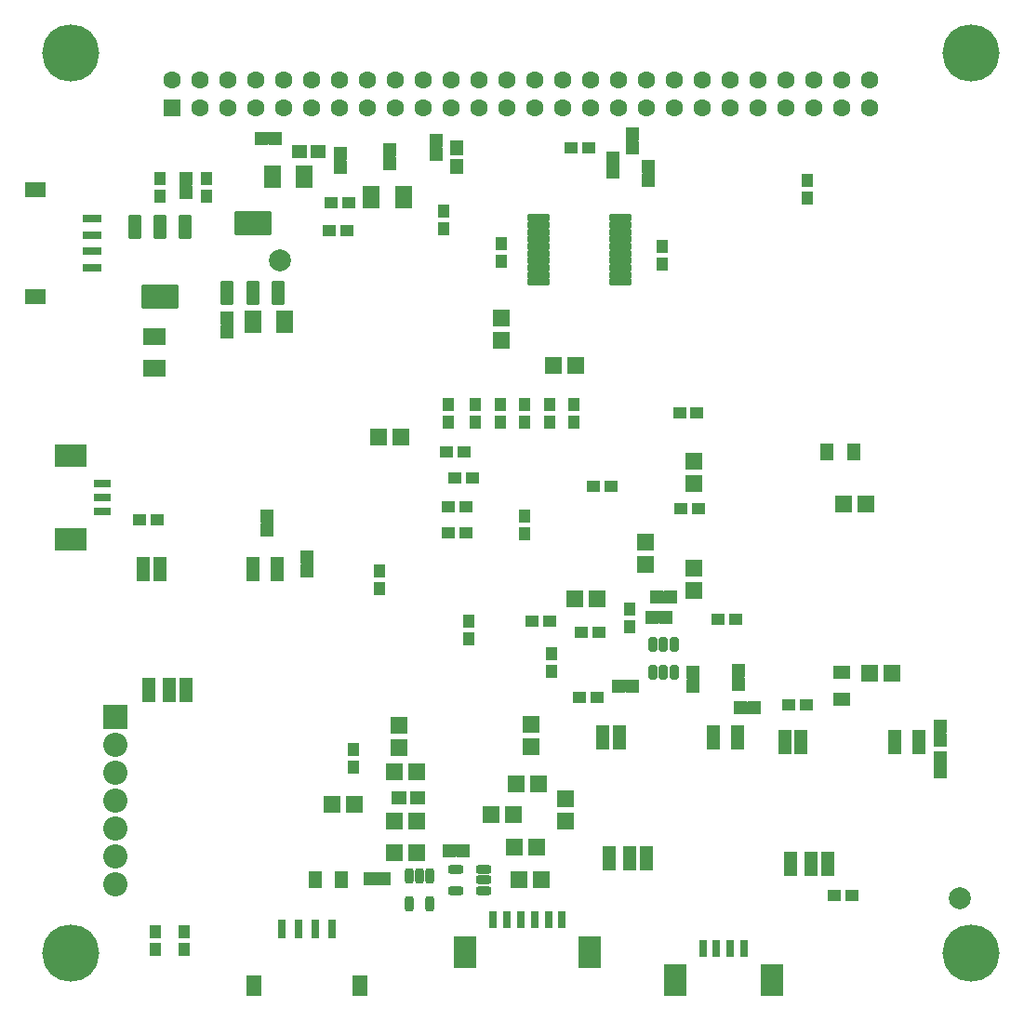
<source format=gbs>
G04*
G04 #@! TF.GenerationSoftware,Altium Limited,Altium Designer,21.1.1 (26)*
G04*
G04 Layer_Color=16711935*
%FSLAX44Y44*%
%MOMM*%
G71*
G04*
G04 #@! TF.SameCoordinates,DA55104B-334F-46BF-AAC2-A5A3D9E97D21*
G04*
G04*
G04 #@! TF.FilePolarity,Negative*
G04*
G01*
G75*
%ADD18R,0.8000X1.6000*%
%ADD19R,2.1000X3.0000*%
%ADD20R,1.0582X1.2061*%
%ADD21R,1.2061X1.0582*%
%ADD26R,1.6000X0.8000*%
%ADD27R,3.0000X2.1000*%
%ADD36R,1.2087X1.0121*%
G04:AMPARAMS|DCode=46|XSize=0.6532mm|YSize=2.0532mm|CornerRadius=0.1511mm|HoleSize=0mm|Usage=FLASHONLY|Rotation=270.000|XOffset=0mm|YOffset=0mm|HoleType=Round|Shape=RoundedRectangle|*
%AMROUNDEDRECTD46*
21,1,0.6532,1.7510,0,0,270.0*
21,1,0.3510,2.0532,0,0,270.0*
1,1,0.3022,-0.8755,-0.1755*
1,1,0.3022,-0.8755,0.1755*
1,1,0.3022,0.8755,0.1755*
1,1,0.3022,0.8755,-0.1755*
%
%ADD46ROUNDEDRECTD46*%
%ADD48R,1.5032X2.0032*%
%ADD53R,1.2032X1.2032*%
%ADD54R,1.2032X1.2032*%
%ADD57R,1.3032X1.4032*%
%ADD58R,1.4032X1.3032*%
%ADD59C,2.0000*%
%ADD60R,1.5032X1.2532*%
%ADD61C,5.2032*%
%ADD62C,1.6032*%
%ADD63R,1.6032X1.6032*%
%ADD64R,2.2032X2.2032*%
%ADD65C,2.2032*%
%ADD118R,1.5300X1.5000*%
%ADD119R,1.5000X1.5300*%
%ADD120R,1.0121X1.2087*%
%ADD143R,1.6764X0.7524*%
%ADD144R,1.9524X1.4024*%
%ADD145R,1.2032X2.2352*%
%ADD146R,1.2032X2.2352*%
%ADD147R,0.7524X1.6764*%
%ADD148R,1.4024X1.9524*%
G04:AMPARAMS|DCode=149|XSize=1.2032mm|YSize=2.2532mm|CornerRadius=0.1516mm|HoleSize=0mm|Usage=FLASHONLY|Rotation=180.000|XOffset=0mm|YOffset=0mm|HoleType=Round|Shape=RoundedRectangle|*
%AMROUNDEDRECTD149*
21,1,1.2032,1.9500,0,0,180.0*
21,1,0.9000,2.2532,0,0,180.0*
1,1,0.3032,-0.4500,0.9750*
1,1,0.3032,0.4500,0.9750*
1,1,0.3032,0.4500,-0.9750*
1,1,0.3032,-0.4500,-0.9750*
%
%ADD149ROUNDEDRECTD149*%
G04:AMPARAMS|DCode=150|XSize=3.4532mm|YSize=2.2532mm|CornerRadius=0.1529mm|HoleSize=0mm|Usage=FLASHONLY|Rotation=180.000|XOffset=0mm|YOffset=0mm|HoleType=Round|Shape=RoundedRectangle|*
%AMROUNDEDRECTD150*
21,1,3.4532,1.9475,0,0,180.0*
21,1,3.1475,2.2532,0,0,180.0*
1,1,0.3057,-1.5738,0.9738*
1,1,0.3057,1.5738,0.9738*
1,1,0.3057,1.5738,-0.9738*
1,1,0.3057,-1.5738,-0.9738*
%
%ADD150ROUNDEDRECTD150*%
%ADD151R,2.0032X1.5032*%
%ADD152R,1.2532X1.5032*%
G04:AMPARAMS|DCode=153|XSize=1.4132mm|YSize=0.7932mm|CornerRadius=0.2491mm|HoleSize=0mm|Usage=FLASHONLY|Rotation=180.000|XOffset=0mm|YOffset=0mm|HoleType=Round|Shape=RoundedRectangle|*
%AMROUNDEDRECTD153*
21,1,1.4132,0.2950,0,0,180.0*
21,1,0.9150,0.7932,0,0,180.0*
1,1,0.4982,-0.4575,0.1475*
1,1,0.4982,0.4575,0.1475*
1,1,0.4982,0.4575,-0.1475*
1,1,0.4982,-0.4575,-0.1475*
%
%ADD153ROUNDEDRECTD153*%
G04:AMPARAMS|DCode=154|XSize=1.4132mm|YSize=0.7932mm|CornerRadius=0.2491mm|HoleSize=0mm|Usage=FLASHONLY|Rotation=270.000|XOffset=0mm|YOffset=0mm|HoleType=Round|Shape=RoundedRectangle|*
%AMROUNDEDRECTD154*
21,1,1.4132,0.2950,0,0,270.0*
21,1,0.9150,0.7932,0,0,270.0*
1,1,0.4982,-0.1475,-0.4575*
1,1,0.4982,-0.1475,0.4575*
1,1,0.4982,0.1475,0.4575*
1,1,0.4982,0.1475,-0.4575*
%
%ADD154ROUNDEDRECTD154*%
G04:AMPARAMS|DCode=155|XSize=1.4132mm|YSize=0.7832mm|CornerRadius=0.1741mm|HoleSize=0mm|Usage=FLASHONLY|Rotation=270.000|XOffset=0mm|YOffset=0mm|HoleType=Round|Shape=RoundedRectangle|*
%AMROUNDEDRECTD155*
21,1,1.4132,0.4350,0,0,270.0*
21,1,1.0650,0.7832,0,0,270.0*
1,1,0.3482,-0.2175,-0.5325*
1,1,0.3482,-0.2175,0.5325*
1,1,0.3482,0.2175,0.5325*
1,1,0.3482,0.2175,-0.5325*
%
%ADD155ROUNDEDRECTD155*%
G36*
X284720Y73438D02*
Y62262D01*
X273290D01*
Y73438D01*
X284720D01*
D02*
G37*
G36*
X357241Y99131D02*
Y87955D01*
X345811D01*
Y99131D01*
X357241D01*
D02*
G37*
G36*
X221234Y348576D02*
X210058D01*
Y360006D01*
X221234D01*
Y348576D01*
D02*
G37*
G36*
X184912Y386422D02*
X173736D01*
Y397852D01*
X184912D01*
Y386422D01*
D02*
G37*
G36*
X148450Y566902D02*
X137274D01*
Y578332D01*
X148450D01*
Y566902D01*
D02*
G37*
G36*
X99314Y704975D02*
X110490D01*
Y693545D01*
X99314D01*
Y704975D01*
D02*
G37*
G36*
X175006Y736434D02*
Y747610D01*
X186436D01*
Y736434D01*
X175006D01*
D02*
G37*
G36*
X251206Y716368D02*
X240030D01*
Y727798D01*
X251206D01*
Y716368D01*
D02*
G37*
G36*
X295910Y719670D02*
X284734D01*
Y731100D01*
X295910D01*
Y719670D01*
D02*
G37*
G36*
X338328Y728052D02*
X327152D01*
Y739482D01*
X338328D01*
Y728052D01*
D02*
G37*
G36*
X510796Y248972D02*
Y237796D01*
X499366D01*
Y248972D01*
X510796D01*
D02*
G37*
G36*
X561309Y255156D02*
X572485D01*
Y243726D01*
X561309D01*
Y255156D01*
D02*
G37*
G36*
X602488Y256882D02*
X613664D01*
Y245452D01*
X602488D01*
Y256882D01*
D02*
G37*
G36*
X610616Y218020D02*
Y229196D01*
X622046D01*
Y218020D01*
X610616D01*
D02*
G37*
G36*
X797306Y194906D02*
X786130D01*
Y206336D01*
X797306D01*
Y194906D01*
D02*
G37*
G36*
X797560Y166204D02*
X786384D01*
Y177634D01*
X797560D01*
Y166204D01*
D02*
G37*
G36*
X541782Y311643D02*
Y300467D01*
X530352D01*
Y311643D01*
X541782D01*
D02*
G37*
G36*
X534416Y318653D02*
Y329829D01*
X545846D01*
Y318653D01*
X534416D01*
D02*
G37*
G36*
X531758Y704904D02*
X520582D01*
Y716334D01*
X531758D01*
Y704904D01*
D02*
G37*
G36*
X488271Y723226D02*
X499447D01*
Y711796D01*
X488271D01*
Y723226D01*
D02*
G37*
G36*
X516864Y733976D02*
X505687D01*
Y745406D01*
X516864D01*
Y733976D01*
D02*
G37*
D18*
X447556Y30358D02*
D03*
X435056D02*
D03*
X422556D02*
D03*
X410056D02*
D03*
X397556D02*
D03*
X385056D02*
D03*
X613288Y4704D02*
D03*
X600788D02*
D03*
X588288D02*
D03*
X575788D02*
D03*
D19*
X473056Y1358D02*
D03*
X359556D02*
D03*
X638787Y-24296D02*
D03*
X550288D02*
D03*
D20*
X77724Y19666D02*
D03*
Y3644D02*
D03*
X103632Y19275D02*
D03*
Y3253D02*
D03*
X437642Y256403D02*
D03*
Y272425D02*
D03*
X257860Y185300D02*
D03*
Y169278D02*
D03*
X124206Y689053D02*
D03*
Y705075D02*
D03*
X81788Y689053D02*
D03*
Y705075D02*
D03*
X538734Y627956D02*
D03*
Y643978D02*
D03*
X508920Y297131D02*
D03*
Y313153D02*
D03*
D21*
X669755Y226649D02*
D03*
X653734D02*
D03*
X62601Y395058D02*
D03*
X78623D02*
D03*
X605260Y303731D02*
D03*
X589239D02*
D03*
X235829Y658200D02*
D03*
X251851D02*
D03*
X472186Y733386D02*
D03*
X456164D02*
D03*
X463703Y232752D02*
D03*
X479725D02*
D03*
D26*
X29210Y402440D02*
D03*
Y414940D02*
D03*
Y427440D02*
D03*
D27*
X210Y376940D02*
D03*
Y452940D02*
D03*
D36*
X695309Y52641D02*
D03*
X711343D02*
D03*
X349869Y432650D02*
D03*
X365903D02*
D03*
X344170Y382612D02*
D03*
X360204D02*
D03*
X555609Y405218D02*
D03*
X571643D02*
D03*
X554450Y492086D02*
D03*
X570484D02*
D03*
X342757Y456780D02*
D03*
X358791D02*
D03*
X465185Y292188D02*
D03*
X481219D02*
D03*
X420481Y302094D02*
D03*
X436515D02*
D03*
X492395Y425284D02*
D03*
X476361D02*
D03*
X344170Y406742D02*
D03*
X360204D02*
D03*
X253492Y683094D02*
D03*
X237458D02*
D03*
D46*
X426300Y611172D02*
D03*
Y617672D02*
D03*
Y624172D02*
D03*
Y630672D02*
D03*
Y637172D02*
D03*
Y643672D02*
D03*
Y650172D02*
D03*
Y656672D02*
D03*
Y663172D02*
D03*
Y669672D02*
D03*
X500800Y611172D02*
D03*
Y617672D02*
D03*
Y624172D02*
D03*
Y630672D02*
D03*
Y637172D02*
D03*
Y643672D02*
D03*
Y650172D02*
D03*
Y656672D02*
D03*
Y663172D02*
D03*
Y669672D02*
D03*
D48*
X274126Y688755D02*
D03*
X303125D02*
D03*
X165840Y574890D02*
D03*
X194840D02*
D03*
X212744Y707391D02*
D03*
X183744D02*
D03*
D53*
X215646Y360514D02*
D03*
Y347814D02*
D03*
X142862Y566140D02*
D03*
Y578840D02*
D03*
X104902Y705737D02*
D03*
Y693037D02*
D03*
X245618Y715606D02*
D03*
Y728306D02*
D03*
X290322Y718908D02*
D03*
Y731608D02*
D03*
X332740Y727290D02*
D03*
Y739990D02*
D03*
X791718Y194144D02*
D03*
Y206844D02*
D03*
X791972Y165442D02*
D03*
Y178142D02*
D03*
X608076Y257644D02*
D03*
Y244944D02*
D03*
X511275Y733214D02*
D03*
Y745914D02*
D03*
X526170Y704142D02*
D03*
Y716842D02*
D03*
X493859Y723988D02*
D03*
Y711288D02*
D03*
X179324Y385660D02*
D03*
Y398360D02*
D03*
X566896Y255918D02*
D03*
Y243218D02*
D03*
D54*
X609854Y223608D02*
D03*
X622554D02*
D03*
X285482Y67850D02*
D03*
X272782D02*
D03*
X542544Y306055D02*
D03*
X529844D02*
D03*
X533654Y324240D02*
D03*
X546354D02*
D03*
X511558Y243384D02*
D03*
X498857D02*
D03*
X358003Y93543D02*
D03*
X345303D02*
D03*
X174244Y742022D02*
D03*
X186944D02*
D03*
D57*
X351536Y733504D02*
D03*
Y716504D02*
D03*
D58*
X298770Y141820D02*
D03*
X315770D02*
D03*
X225670Y729830D02*
D03*
X208670D02*
D03*
D59*
X190500Y631278D02*
D03*
X810000Y50000D02*
D03*
D60*
X701903Y231514D02*
D03*
Y255513D02*
D03*
D61*
X0Y820000D02*
D03*
Y0D02*
D03*
X820000Y820000D02*
D03*
Y0D02*
D03*
D62*
X727500Y795400D02*
D03*
Y770000D02*
D03*
X702100Y795400D02*
D03*
Y770000D02*
D03*
X676700Y795400D02*
D03*
Y770000D02*
D03*
X651300Y795400D02*
D03*
Y770000D02*
D03*
X625900Y795400D02*
D03*
Y770000D02*
D03*
X600500Y795400D02*
D03*
Y770000D02*
D03*
X575100Y795400D02*
D03*
Y770000D02*
D03*
X549700Y795400D02*
D03*
Y770000D02*
D03*
X524300Y795400D02*
D03*
Y770000D02*
D03*
X498900Y795400D02*
D03*
Y770000D02*
D03*
X473500Y795400D02*
D03*
Y770000D02*
D03*
X448100Y795400D02*
D03*
Y770000D02*
D03*
X422700Y795400D02*
D03*
Y770000D02*
D03*
X397300Y795400D02*
D03*
Y770000D02*
D03*
X371900Y795400D02*
D03*
Y770000D02*
D03*
X346500Y795400D02*
D03*
Y770000D02*
D03*
X321100Y795400D02*
D03*
Y770000D02*
D03*
X295700Y795400D02*
D03*
Y770000D02*
D03*
X270300Y795400D02*
D03*
Y770000D02*
D03*
X244900Y795400D02*
D03*
Y770000D02*
D03*
X219500Y795400D02*
D03*
Y770000D02*
D03*
X194100Y795400D02*
D03*
Y770000D02*
D03*
X168700Y795400D02*
D03*
Y770000D02*
D03*
X143300Y795400D02*
D03*
Y770000D02*
D03*
X117900Y795400D02*
D03*
Y770000D02*
D03*
X92500Y795400D02*
D03*
D63*
Y770000D02*
D03*
D64*
X40894Y215226D02*
D03*
D65*
Y189826D02*
D03*
Y139026D02*
D03*
Y113626D02*
D03*
Y88226D02*
D03*
Y62826D02*
D03*
Y164426D02*
D03*
D118*
X567436Y428078D02*
D03*
Y448398D02*
D03*
X392684Y578451D02*
D03*
Y558131D02*
D03*
X523748Y353905D02*
D03*
Y374225D02*
D03*
X299466Y207352D02*
D03*
Y187032D02*
D03*
X450342Y120235D02*
D03*
Y140555D02*
D03*
X419608Y188561D02*
D03*
Y208881D02*
D03*
X567436Y330034D02*
D03*
Y350354D02*
D03*
D119*
X301244Y470242D02*
D03*
X280924D02*
D03*
X479400Y322663D02*
D03*
X459080D02*
D03*
X439764Y534902D02*
D03*
X460084D02*
D03*
X295095Y120230D02*
D03*
X315415D02*
D03*
X382778Y126580D02*
D03*
X403098D02*
D03*
X238501Y135978D02*
D03*
X258821D02*
D03*
X727456Y255358D02*
D03*
X747776D02*
D03*
X703829Y409028D02*
D03*
X724149D02*
D03*
X295148Y165696D02*
D03*
X315468D02*
D03*
X315415Y91274D02*
D03*
X295095D02*
D03*
X405633Y154266D02*
D03*
X425953D02*
D03*
X424683Y96862D02*
D03*
X404363D02*
D03*
X408714Y66651D02*
D03*
X429035D02*
D03*
D120*
X413766Y499960D02*
D03*
Y483926D02*
D03*
X413258Y382215D02*
D03*
Y398249D02*
D03*
X362458Y302126D02*
D03*
Y286092D02*
D03*
X281432Y347846D02*
D03*
Y331812D02*
D03*
X368808Y499960D02*
D03*
Y483926D02*
D03*
X344424Y499960D02*
D03*
Y483926D02*
D03*
X391160Y499960D02*
D03*
Y483926D02*
D03*
X436118Y499849D02*
D03*
Y483815D02*
D03*
X457962Y499595D02*
D03*
Y483561D02*
D03*
X340106Y675636D02*
D03*
Y659602D02*
D03*
X670814Y703557D02*
D03*
Y687523D02*
D03*
X391922Y630119D02*
D03*
Y646153D02*
D03*
D143*
X19810Y669018D02*
D03*
Y654018D02*
D03*
Y639018D02*
D03*
Y624018D02*
D03*
D144*
X-32090Y597968D02*
D03*
Y695068D02*
D03*
D145*
X90414Y239775D02*
D03*
X71564D02*
D03*
X81184Y350265D02*
D03*
X66284D02*
D03*
X105624Y239774D02*
D03*
X188534Y350265D02*
D03*
X509110Y86222D02*
D03*
X490260D02*
D03*
X499880Y196712D02*
D03*
X484980D02*
D03*
X524320Y86221D02*
D03*
X607230Y196712D02*
D03*
X674569Y81484D02*
D03*
X655719D02*
D03*
X665339Y191975D02*
D03*
X650439D02*
D03*
X689779Y81483D02*
D03*
X772689Y191975D02*
D03*
D146*
X166284Y350265D02*
D03*
X584980Y196712D02*
D03*
X750439Y191975D02*
D03*
D147*
X237892Y22184D02*
D03*
X222892D02*
D03*
X207892D02*
D03*
X192892D02*
D03*
D148*
X166842Y-29716D02*
D03*
X263942D02*
D03*
D149*
X58731Y661540D02*
D03*
X81731D02*
D03*
X104731D02*
D03*
X188862Y601560D02*
D03*
X165862D02*
D03*
X142862D02*
D03*
D150*
X81731Y598040D02*
D03*
X165862Y665060D02*
D03*
D151*
X76506Y561678D02*
D03*
Y532678D02*
D03*
D152*
X247012Y67144D02*
D03*
X223012D02*
D03*
X712848Y456272D02*
D03*
X688848D02*
D03*
D153*
X375900Y76150D02*
D03*
X350800D02*
D03*
Y57151D02*
D03*
X375900D02*
D03*
Y66651D02*
D03*
D154*
X308254Y70251D02*
D03*
Y45150D02*
D03*
X327254D02*
D03*
Y70251D02*
D03*
X317754D02*
D03*
D155*
X530504Y281384D02*
D03*
X540004D02*
D03*
X549504D02*
D03*
X530504Y256284D02*
D03*
X540004D02*
D03*
X549504D02*
D03*
M02*

</source>
